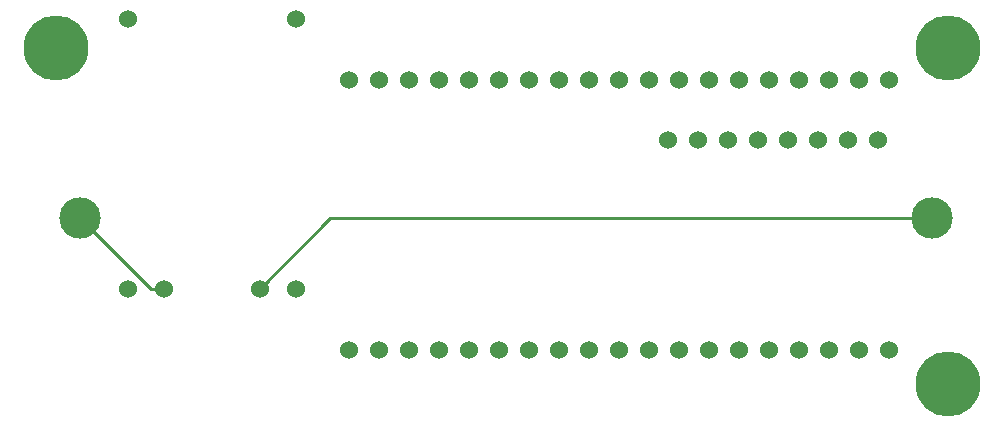
<source format=gbr>
G04 #@! TF.GenerationSoftware,KiCad,Pcbnew,(5.1.0)-1*
G04 #@! TF.CreationDate,2019-04-18T21:07:37-07:00*
G04 #@! TF.ProjectId,PCBv2,50434276-322e-46b6-9963-61645f706362,rev?*
G04 #@! TF.SameCoordinates,Original*
G04 #@! TF.FileFunction,Copper,L2,Bot*
G04 #@! TF.FilePolarity,Positive*
%FSLAX46Y46*%
G04 Gerber Fmt 4.6, Leading zero omitted, Abs format (unit mm)*
G04 Created by KiCad (PCBNEW (5.1.0)-1) date 2019-04-18 21:07:37*
%MOMM*%
%LPD*%
G04 APERTURE LIST*
%ADD10C,5.500000*%
%ADD11C,3.500000*%
%ADD12C,1.524000*%
%ADD13C,0.250000*%
G04 APERTURE END LIST*
D10*
X147500000Y-93750000D03*
X72000000Y-65250000D03*
X147500000Y-65250000D03*
D11*
X146176000Y-79660000D03*
X74040000Y-79660000D03*
D12*
X99300000Y-90830000D03*
X101840000Y-90830000D03*
X104380000Y-90830000D03*
X106920000Y-90830000D03*
X109460000Y-90830000D03*
X112000000Y-90830000D03*
X114540000Y-90830000D03*
X117080000Y-90830000D03*
X119620000Y-90830000D03*
X122160000Y-90830000D03*
X124700000Y-90830000D03*
X127240000Y-90830000D03*
X129780000Y-90830000D03*
X132320000Y-90830000D03*
X134860000Y-90830000D03*
X137400000Y-90830000D03*
X139940000Y-90830000D03*
X142480000Y-90830000D03*
X96760000Y-67970000D03*
X99300000Y-67970000D03*
X101840000Y-67970000D03*
X104380000Y-67970000D03*
X106920000Y-67970000D03*
X112000000Y-67970000D03*
X109460000Y-67970000D03*
X114540000Y-67970000D03*
X117080000Y-67970000D03*
X119620000Y-67970000D03*
X122160000Y-67970000D03*
X124700000Y-67970000D03*
X127240000Y-67970000D03*
X132320000Y-67970000D03*
X129780000Y-67970000D03*
X134860000Y-67970000D03*
X137400000Y-67970000D03*
X139940000Y-67970000D03*
X142480000Y-67970000D03*
X96760000Y-90830000D03*
X141550000Y-73030000D03*
X139010000Y-73030000D03*
X136470000Y-73030000D03*
X133930000Y-73030000D03*
X131390000Y-73030000D03*
X128850000Y-73030000D03*
X126310000Y-73030000D03*
X123770000Y-73030000D03*
X89200000Y-85642000D03*
X92248000Y-85642000D03*
X81072000Y-85642000D03*
X78024000Y-85642000D03*
X92248000Y-62782000D03*
X78024000Y-62782000D03*
D13*
X95182000Y-79660000D02*
X89200000Y-85642000D01*
X146176000Y-79660000D02*
X95182000Y-79660000D01*
X80022000Y-85642000D02*
X81072000Y-85642000D01*
X74040000Y-79660000D02*
X80022000Y-85642000D01*
M02*

</source>
